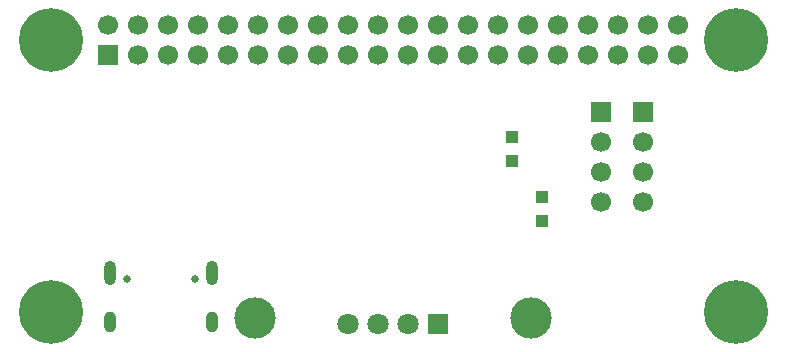
<source format=gbs>
G04 #@! TF.GenerationSoftware,KiCad,Pcbnew,9.0.6-9.0.6~ubuntu22.04.1*
G04 #@! TF.CreationDate,2025-12-28T21:54:21+02:00*
G04 #@! TF.ProjectId,rpi_i2c_board,7270695f-6932-4635-9f62-6f6172642e6b,1.0*
G04 #@! TF.SameCoordinates,PX5f5e100PY5f5e100*
G04 #@! TF.FileFunction,Soldermask,Bot*
G04 #@! TF.FilePolarity,Negative*
%FSLAX46Y46*%
G04 Gerber Fmt 4.6, Leading zero omitted, Abs format (unit mm)*
G04 Created by KiCad (PCBNEW 9.0.6-9.0.6~ubuntu22.04.1) date 2025-12-28 21:54:21*
%MOMM*%
%LPD*%
G01*
G04 APERTURE LIST*
%ADD10C,5.400000*%
%ADD11R,1.000000X1.000000*%
%ADD12R,1.700000X1.700000*%
%ADD13C,1.700000*%
%ADD14C,0.650000*%
%ADD15O,1.000000X2.100000*%
%ADD16O,1.000000X1.800000*%
%ADD17C,3.500000*%
%ADD18R,1.800000X1.800000*%
%ADD19C,1.800000*%
G04 APERTURE END LIST*
D10*
X61500000Y26500000D03*
D11*
X42572000Y16256000D03*
D12*
X53680000Y20447000D03*
D13*
X53680000Y17907000D03*
X53680000Y15367000D03*
X53680000Y12827000D03*
D14*
X9930000Y6280000D03*
X15710000Y6280000D03*
D15*
X8500000Y6780000D03*
D16*
X8500000Y2600000D03*
D15*
X17140000Y6780000D03*
D16*
X17140000Y2600000D03*
D11*
X45085000Y11176000D03*
X45085000Y13208000D03*
D10*
X3500000Y3500000D03*
X3500000Y26500000D03*
D12*
X50130000Y20447000D03*
D13*
X50130000Y17907000D03*
X50130000Y15367000D03*
X50130000Y12827000D03*
D10*
X61500000Y3500000D03*
D11*
X42572000Y18288000D03*
D17*
X44140000Y3000000D03*
X20840000Y3000000D03*
D18*
X36300000Y2500000D03*
D19*
X33760000Y2500000D03*
X31220000Y2500000D03*
X28680000Y2500000D03*
D12*
X8370000Y25230000D03*
D13*
X8370000Y27770000D03*
X10910000Y25230000D03*
X10910000Y27770000D03*
X13450000Y25230000D03*
X13450000Y27770000D03*
X15990000Y25230000D03*
X15990000Y27770000D03*
X18530000Y25230000D03*
X18530000Y27770000D03*
X21070000Y25230000D03*
X21070000Y27770000D03*
X23610000Y25230000D03*
X23610000Y27770000D03*
X26150000Y25230000D03*
X26150000Y27770000D03*
X28690000Y25230000D03*
X28690000Y27770000D03*
X31230000Y25230000D03*
X31230000Y27770000D03*
X33770000Y25230000D03*
X33770000Y27770000D03*
X36310000Y25230000D03*
X36310000Y27770000D03*
X38850000Y25230000D03*
X38850000Y27770000D03*
X41390000Y25230000D03*
X41390000Y27770000D03*
X43930000Y25230000D03*
X43930000Y27770000D03*
X46470000Y25230000D03*
X46470000Y27770000D03*
X49010000Y25230000D03*
X49010000Y27770000D03*
X51550000Y25230000D03*
X51550000Y27770000D03*
X54090000Y25230000D03*
X54090000Y27770000D03*
X56630000Y25230000D03*
X56630000Y27770000D03*
M02*

</source>
